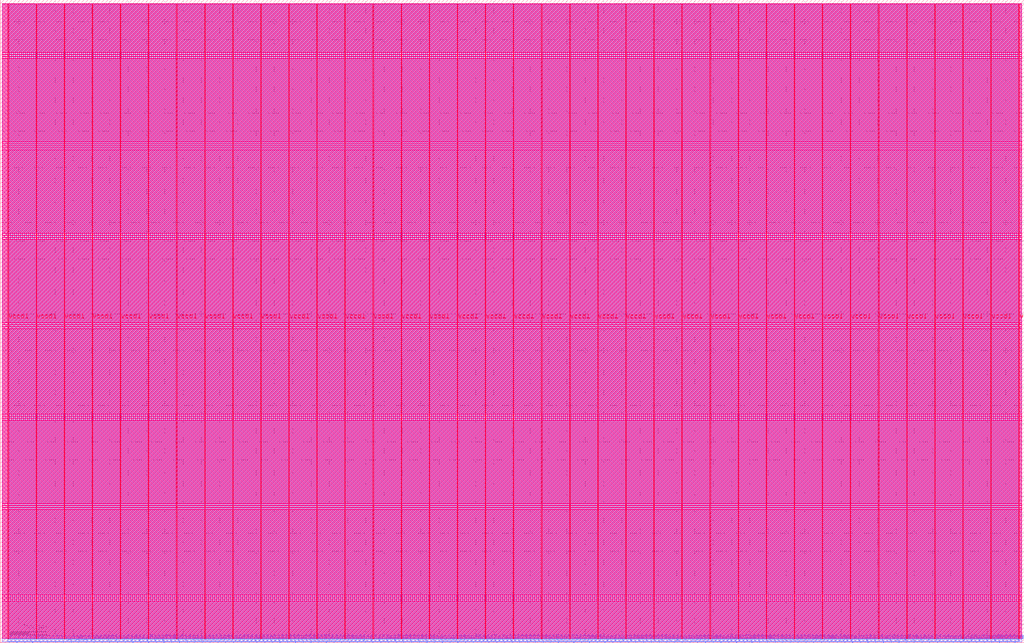
<source format=lef>
VERSION 5.7 ;
  NOWIREEXTENSIONATPIN ON ;
  DIVIDERCHAR "/" ;
  BUSBITCHARS "[]" ;
MACRO Wishbone_VGA_controller
  CLASS BLOCK ;
  FOREIGN Wishbone_VGA_controller ;
  ORIGIN 0.000 0.000 ;
  SIZE 2800.000 BY 1760.000 ;
  PIN ack
    DIRECTION OUTPUT TRISTATE ;
    USE SIGNAL ;
    PORT
      LAYER met2 ;
        RECT 130.270 0.000 130.550 4.000 ;
    END
  END ack
  PIN adr[0]
    DIRECTION INPUT ;
    USE SIGNAL ;
    PORT
      LAYER met2 ;
        RECT 934.350 0.000 934.630 4.000 ;
    END
  END adr[0]
  PIN adr[10]
    DIRECTION INPUT ;
    USE SIGNAL ;
    PORT
      LAYER met2 ;
        RECT 1145.950 0.000 1146.230 4.000 ;
    END
  END adr[10]
  PIN adr[11]
    DIRECTION INPUT ;
    USE SIGNAL ;
    PORT
      LAYER met2 ;
        RECT 1167.110 0.000 1167.390 4.000 ;
    END
  END adr[11]
  PIN adr[12]
    DIRECTION INPUT ;
    USE SIGNAL ;
    PORT
      LAYER met2 ;
        RECT 1188.270 0.000 1188.550 4.000 ;
    END
  END adr[12]
  PIN adr[13]
    DIRECTION INPUT ;
    USE SIGNAL ;
    PORT
      LAYER met2 ;
        RECT 1209.430 0.000 1209.710 4.000 ;
    END
  END adr[13]
  PIN adr[14]
    DIRECTION INPUT ;
    USE SIGNAL ;
    PORT
      LAYER met2 ;
        RECT 1230.590 0.000 1230.870 4.000 ;
    END
  END adr[14]
  PIN adr[15]
    DIRECTION INPUT ;
    USE SIGNAL ;
    PORT
      LAYER met2 ;
        RECT 1251.750 0.000 1252.030 4.000 ;
    END
  END adr[15]
  PIN adr[16]
    DIRECTION INPUT ;
    USE SIGNAL ;
    PORT
      LAYER met2 ;
        RECT 1272.910 0.000 1273.190 4.000 ;
    END
  END adr[16]
  PIN adr[17]
    DIRECTION INPUT ;
    USE SIGNAL ;
    PORT
      LAYER met2 ;
        RECT 1294.070 0.000 1294.350 4.000 ;
    END
  END adr[17]
  PIN adr[18]
    DIRECTION INPUT ;
    USE SIGNAL ;
    PORT
      LAYER met2 ;
        RECT 1315.230 0.000 1315.510 4.000 ;
    END
  END adr[18]
  PIN adr[19]
    DIRECTION INPUT ;
    USE SIGNAL ;
    PORT
      LAYER met2 ;
        RECT 1336.390 0.000 1336.670 4.000 ;
    END
  END adr[19]
  PIN adr[1]
    DIRECTION INPUT ;
    USE SIGNAL ;
    PORT
      LAYER met2 ;
        RECT 955.510 0.000 955.790 4.000 ;
    END
  END adr[1]
  PIN adr[20]
    DIRECTION INPUT ;
    USE SIGNAL ;
    PORT
      LAYER met2 ;
        RECT 1357.550 0.000 1357.830 4.000 ;
    END
  END adr[20]
  PIN adr[21]
    DIRECTION INPUT ;
    USE SIGNAL ;
    PORT
      LAYER met2 ;
        RECT 1378.710 0.000 1378.990 4.000 ;
    END
  END adr[21]
  PIN adr[22]
    DIRECTION INPUT ;
    USE SIGNAL ;
    PORT
      LAYER met2 ;
        RECT 1399.870 0.000 1400.150 4.000 ;
    END
  END adr[22]
  PIN adr[23]
    DIRECTION INPUT ;
    USE SIGNAL ;
    PORT
      LAYER met2 ;
        RECT 1421.030 0.000 1421.310 4.000 ;
    END
  END adr[23]
  PIN adr[24]
    DIRECTION INPUT ;
    USE SIGNAL ;
    PORT
      LAYER met2 ;
        RECT 1442.190 0.000 1442.470 4.000 ;
    END
  END adr[24]
  PIN adr[25]
    DIRECTION INPUT ;
    USE SIGNAL ;
    PORT
      LAYER met2 ;
        RECT 1463.350 0.000 1463.630 4.000 ;
    END
  END adr[25]
  PIN adr[26]
    DIRECTION INPUT ;
    USE SIGNAL ;
    PORT
      LAYER met2 ;
        RECT 1484.510 0.000 1484.790 4.000 ;
    END
  END adr[26]
  PIN adr[27]
    DIRECTION INPUT ;
    USE SIGNAL ;
    PORT
      LAYER met2 ;
        RECT 1505.670 0.000 1505.950 4.000 ;
    END
  END adr[27]
  PIN adr[28]
    DIRECTION INPUT ;
    USE SIGNAL ;
    PORT
      LAYER met2 ;
        RECT 1526.830 0.000 1527.110 4.000 ;
    END
  END adr[28]
  PIN adr[29]
    DIRECTION INPUT ;
    USE SIGNAL ;
    PORT
      LAYER met2 ;
        RECT 1547.990 0.000 1548.270 4.000 ;
    END
  END adr[29]
  PIN adr[2]
    DIRECTION INPUT ;
    USE SIGNAL ;
    PORT
      LAYER met2 ;
        RECT 976.670 0.000 976.950 4.000 ;
    END
  END adr[2]
  PIN adr[30]
    DIRECTION INPUT ;
    USE SIGNAL ;
    PORT
      LAYER met2 ;
        RECT 1569.150 0.000 1569.430 4.000 ;
    END
  END adr[30]
  PIN adr[31]
    DIRECTION INPUT ;
    USE SIGNAL ;
    PORT
      LAYER met2 ;
        RECT 1590.310 0.000 1590.590 4.000 ;
    END
  END adr[31]
  PIN adr[3]
    DIRECTION INPUT ;
    USE SIGNAL ;
    PORT
      LAYER met2 ;
        RECT 997.830 0.000 998.110 4.000 ;
    END
  END adr[3]
  PIN adr[4]
    DIRECTION INPUT ;
    USE SIGNAL ;
    PORT
      LAYER met2 ;
        RECT 1018.990 0.000 1019.270 4.000 ;
    END
  END adr[4]
  PIN adr[5]
    DIRECTION INPUT ;
    USE SIGNAL ;
    PORT
      LAYER met2 ;
        RECT 1040.150 0.000 1040.430 4.000 ;
    END
  END adr[5]
  PIN adr[6]
    DIRECTION INPUT ;
    USE SIGNAL ;
    PORT
      LAYER met2 ;
        RECT 1061.310 0.000 1061.590 4.000 ;
    END
  END adr[6]
  PIN adr[7]
    DIRECTION INPUT ;
    USE SIGNAL ;
    PORT
      LAYER met2 ;
        RECT 1082.470 0.000 1082.750 4.000 ;
    END
  END adr[7]
  PIN adr[8]
    DIRECTION INPUT ;
    USE SIGNAL ;
    PORT
      LAYER met2 ;
        RECT 1103.630 0.000 1103.910 4.000 ;
    END
  END adr[8]
  PIN adr[9]
    DIRECTION INPUT ;
    USE SIGNAL ;
    PORT
      LAYER met2 ;
        RECT 1124.790 0.000 1125.070 4.000 ;
    END
  END adr[9]
  PIN clk
    DIRECTION INPUT ;
    USE SIGNAL ;
    PORT
      LAYER met2 ;
        RECT 24.470 0.000 24.750 4.000 ;
    END
  END clk
  PIN column[0]
    DIRECTION OUTPUT TRISTATE ;
    USE SIGNAL ;
    PORT
      LAYER met2 ;
        RECT 2542.510 0.000 2542.790 4.000 ;
    END
  END column[0]
  PIN column[10]
    DIRECTION OUTPUT TRISTATE ;
    USE SIGNAL ;
    PORT
      LAYER met2 ;
        RECT 2754.110 0.000 2754.390 4.000 ;
    END
  END column[10]
  PIN column[11]
    DIRECTION OUTPUT TRISTATE ;
    USE SIGNAL ;
    PORT
      LAYER met2 ;
        RECT 2775.270 0.000 2775.550 4.000 ;
    END
  END column[11]
  PIN column[1]
    DIRECTION OUTPUT TRISTATE ;
    USE SIGNAL ;
    PORT
      LAYER met2 ;
        RECT 2563.670 0.000 2563.950 4.000 ;
    END
  END column[1]
  PIN column[2]
    DIRECTION OUTPUT TRISTATE ;
    USE SIGNAL ;
    PORT
      LAYER met2 ;
        RECT 2584.830 0.000 2585.110 4.000 ;
    END
  END column[2]
  PIN column[3]
    DIRECTION OUTPUT TRISTATE ;
    USE SIGNAL ;
    PORT
      LAYER met2 ;
        RECT 2605.990 0.000 2606.270 4.000 ;
    END
  END column[3]
  PIN column[4]
    DIRECTION OUTPUT TRISTATE ;
    USE SIGNAL ;
    PORT
      LAYER met2 ;
        RECT 2627.150 0.000 2627.430 4.000 ;
    END
  END column[4]
  PIN column[5]
    DIRECTION OUTPUT TRISTATE ;
    USE SIGNAL ;
    PORT
      LAYER met2 ;
        RECT 2648.310 0.000 2648.590 4.000 ;
    END
  END column[5]
  PIN column[6]
    DIRECTION OUTPUT TRISTATE ;
    USE SIGNAL ;
    PORT
      LAYER met2 ;
        RECT 2669.470 0.000 2669.750 4.000 ;
    END
  END column[6]
  PIN column[7]
    DIRECTION OUTPUT TRISTATE ;
    USE SIGNAL ;
    PORT
      LAYER met2 ;
        RECT 2690.630 0.000 2690.910 4.000 ;
    END
  END column[7]
  PIN column[8]
    DIRECTION OUTPUT TRISTATE ;
    USE SIGNAL ;
    PORT
      LAYER met2 ;
        RECT 2711.790 0.000 2712.070 4.000 ;
    END
  END column[8]
  PIN column[9]
    DIRECTION OUTPUT TRISTATE ;
    USE SIGNAL ;
    PORT
      LAYER met2 ;
        RECT 2732.950 0.000 2733.230 4.000 ;
    END
  END column[9]
  PIN cyc
    DIRECTION INPUT ;
    USE SIGNAL ;
    PORT
      LAYER met2 ;
        RECT 66.790 0.000 67.070 4.000 ;
    END
  END cyc
  PIN dat[0]
    DIRECTION INPUT ;
    USE SIGNAL ;
    PORT
      LAYER met2 ;
        RECT 257.230 0.000 257.510 4.000 ;
    END
  END dat[0]
  PIN dat[10]
    DIRECTION INPUT ;
    USE SIGNAL ;
    PORT
      LAYER met2 ;
        RECT 468.830 0.000 469.110 4.000 ;
    END
  END dat[10]
  PIN dat[11]
    DIRECTION INPUT ;
    USE SIGNAL ;
    PORT
      LAYER met2 ;
        RECT 489.990 0.000 490.270 4.000 ;
    END
  END dat[11]
  PIN dat[12]
    DIRECTION INPUT ;
    USE SIGNAL ;
    PORT
      LAYER met2 ;
        RECT 511.150 0.000 511.430 4.000 ;
    END
  END dat[12]
  PIN dat[13]
    DIRECTION INPUT ;
    USE SIGNAL ;
    PORT
      LAYER met2 ;
        RECT 532.310 0.000 532.590 4.000 ;
    END
  END dat[13]
  PIN dat[14]
    DIRECTION INPUT ;
    USE SIGNAL ;
    PORT
      LAYER met2 ;
        RECT 553.470 0.000 553.750 4.000 ;
    END
  END dat[14]
  PIN dat[15]
    DIRECTION INPUT ;
    USE SIGNAL ;
    PORT
      LAYER met2 ;
        RECT 574.630 0.000 574.910 4.000 ;
    END
  END dat[15]
  PIN dat[16]
    DIRECTION INPUT ;
    USE SIGNAL ;
    PORT
      LAYER met2 ;
        RECT 595.790 0.000 596.070 4.000 ;
    END
  END dat[16]
  PIN dat[17]
    DIRECTION INPUT ;
    USE SIGNAL ;
    PORT
      LAYER met2 ;
        RECT 616.950 0.000 617.230 4.000 ;
    END
  END dat[17]
  PIN dat[18]
    DIRECTION INPUT ;
    USE SIGNAL ;
    PORT
      LAYER met2 ;
        RECT 638.110 0.000 638.390 4.000 ;
    END
  END dat[18]
  PIN dat[19]
    DIRECTION INPUT ;
    USE SIGNAL ;
    PORT
      LAYER met2 ;
        RECT 659.270 0.000 659.550 4.000 ;
    END
  END dat[19]
  PIN dat[1]
    DIRECTION INPUT ;
    USE SIGNAL ;
    PORT
      LAYER met2 ;
        RECT 278.390 0.000 278.670 4.000 ;
    END
  END dat[1]
  PIN dat[20]
    DIRECTION INPUT ;
    USE SIGNAL ;
    PORT
      LAYER met2 ;
        RECT 680.430 0.000 680.710 4.000 ;
    END
  END dat[20]
  PIN dat[21]
    DIRECTION INPUT ;
    USE SIGNAL ;
    PORT
      LAYER met2 ;
        RECT 701.590 0.000 701.870 4.000 ;
    END
  END dat[21]
  PIN dat[22]
    DIRECTION INPUT ;
    USE SIGNAL ;
    PORT
      LAYER met2 ;
        RECT 722.750 0.000 723.030 4.000 ;
    END
  END dat[22]
  PIN dat[23]
    DIRECTION INPUT ;
    USE SIGNAL ;
    PORT
      LAYER met2 ;
        RECT 743.910 0.000 744.190 4.000 ;
    END
  END dat[23]
  PIN dat[24]
    DIRECTION INPUT ;
    USE SIGNAL ;
    PORT
      LAYER met2 ;
        RECT 765.070 0.000 765.350 4.000 ;
    END
  END dat[24]
  PIN dat[25]
    DIRECTION INPUT ;
    USE SIGNAL ;
    PORT
      LAYER met2 ;
        RECT 786.230 0.000 786.510 4.000 ;
    END
  END dat[25]
  PIN dat[26]
    DIRECTION INPUT ;
    USE SIGNAL ;
    PORT
      LAYER met2 ;
        RECT 807.390 0.000 807.670 4.000 ;
    END
  END dat[26]
  PIN dat[27]
    DIRECTION INPUT ;
    USE SIGNAL ;
    PORT
      LAYER met2 ;
        RECT 828.550 0.000 828.830 4.000 ;
    END
  END dat[27]
  PIN dat[28]
    DIRECTION INPUT ;
    USE SIGNAL ;
    PORT
      LAYER met2 ;
        RECT 849.710 0.000 849.990 4.000 ;
    END
  END dat[28]
  PIN dat[29]
    DIRECTION INPUT ;
    USE SIGNAL ;
    PORT
      LAYER met2 ;
        RECT 870.870 0.000 871.150 4.000 ;
    END
  END dat[29]
  PIN dat[2]
    DIRECTION INPUT ;
    USE SIGNAL ;
    PORT
      LAYER met2 ;
        RECT 299.550 0.000 299.830 4.000 ;
    END
  END dat[2]
  PIN dat[30]
    DIRECTION INPUT ;
    USE SIGNAL ;
    PORT
      LAYER met2 ;
        RECT 892.030 0.000 892.310 4.000 ;
    END
  END dat[30]
  PIN dat[31]
    DIRECTION INPUT ;
    USE SIGNAL ;
    PORT
      LAYER met2 ;
        RECT 913.190 0.000 913.470 4.000 ;
    END
  END dat[31]
  PIN dat[3]
    DIRECTION INPUT ;
    USE SIGNAL ;
    PORT
      LAYER met2 ;
        RECT 320.710 0.000 320.990 4.000 ;
    END
  END dat[3]
  PIN dat[4]
    DIRECTION INPUT ;
    USE SIGNAL ;
    PORT
      LAYER met2 ;
        RECT 341.870 0.000 342.150 4.000 ;
    END
  END dat[4]
  PIN dat[5]
    DIRECTION INPUT ;
    USE SIGNAL ;
    PORT
      LAYER met2 ;
        RECT 363.030 0.000 363.310 4.000 ;
    END
  END dat[5]
  PIN dat[6]
    DIRECTION INPUT ;
    USE SIGNAL ;
    PORT
      LAYER met2 ;
        RECT 384.190 0.000 384.470 4.000 ;
    END
  END dat[6]
  PIN dat[7]
    DIRECTION INPUT ;
    USE SIGNAL ;
    PORT
      LAYER met2 ;
        RECT 405.350 0.000 405.630 4.000 ;
    END
  END dat[7]
  PIN dat[8]
    DIRECTION INPUT ;
    USE SIGNAL ;
    PORT
      LAYER met2 ;
        RECT 426.510 0.000 426.790 4.000 ;
    END
  END dat[8]
  PIN dat[9]
    DIRECTION INPUT ;
    USE SIGNAL ;
    PORT
      LAYER met2 ;
        RECT 447.670 0.000 447.950 4.000 ;
    END
  END dat[9]
  PIN display_enable
    DIRECTION OUTPUT TRISTATE ;
    USE SIGNAL ;
    PORT
      LAYER met2 ;
        RECT 151.430 0.000 151.710 4.000 ;
    END
  END display_enable
  PIN dout[0]
    DIRECTION OUTPUT TRISTATE ;
    USE SIGNAL ;
    PORT
      LAYER met2 ;
        RECT 1611.470 0.000 1611.750 4.000 ;
    END
  END dout[0]
  PIN dout[10]
    DIRECTION OUTPUT TRISTATE ;
    USE SIGNAL ;
    PORT
      LAYER met2 ;
        RECT 1823.070 0.000 1823.350 4.000 ;
    END
  END dout[10]
  PIN dout[11]
    DIRECTION OUTPUT TRISTATE ;
    USE SIGNAL ;
    PORT
      LAYER met2 ;
        RECT 1844.230 0.000 1844.510 4.000 ;
    END
  END dout[11]
  PIN dout[12]
    DIRECTION OUTPUT TRISTATE ;
    USE SIGNAL ;
    PORT
      LAYER met2 ;
        RECT 1865.390 0.000 1865.670 4.000 ;
    END
  END dout[12]
  PIN dout[13]
    DIRECTION OUTPUT TRISTATE ;
    USE SIGNAL ;
    PORT
      LAYER met2 ;
        RECT 1886.550 0.000 1886.830 4.000 ;
    END
  END dout[13]
  PIN dout[14]
    DIRECTION OUTPUT TRISTATE ;
    USE SIGNAL ;
    PORT
      LAYER met2 ;
        RECT 1907.710 0.000 1907.990 4.000 ;
    END
  END dout[14]
  PIN dout[15]
    DIRECTION OUTPUT TRISTATE ;
    USE SIGNAL ;
    PORT
      LAYER met2 ;
        RECT 1928.870 0.000 1929.150 4.000 ;
    END
  END dout[15]
  PIN dout[16]
    DIRECTION OUTPUT TRISTATE ;
    USE SIGNAL ;
    PORT
      LAYER met2 ;
        RECT 1950.030 0.000 1950.310 4.000 ;
    END
  END dout[16]
  PIN dout[17]
    DIRECTION OUTPUT TRISTATE ;
    USE SIGNAL ;
    PORT
      LAYER met2 ;
        RECT 1971.190 0.000 1971.470 4.000 ;
    END
  END dout[17]
  PIN dout[18]
    DIRECTION OUTPUT TRISTATE ;
    USE SIGNAL ;
    PORT
      LAYER met2 ;
        RECT 1992.350 0.000 1992.630 4.000 ;
    END
  END dout[18]
  PIN dout[19]
    DIRECTION OUTPUT TRISTATE ;
    USE SIGNAL ;
    PORT
      LAYER met2 ;
        RECT 2013.510 0.000 2013.790 4.000 ;
    END
  END dout[19]
  PIN dout[1]
    DIRECTION OUTPUT TRISTATE ;
    USE SIGNAL ;
    PORT
      LAYER met2 ;
        RECT 1632.630 0.000 1632.910 4.000 ;
    END
  END dout[1]
  PIN dout[20]
    DIRECTION OUTPUT TRISTATE ;
    USE SIGNAL ;
    PORT
      LAYER met2 ;
        RECT 2034.670 0.000 2034.950 4.000 ;
    END
  END dout[20]
  PIN dout[21]
    DIRECTION OUTPUT TRISTATE ;
    USE SIGNAL ;
    PORT
      LAYER met2 ;
        RECT 2055.830 0.000 2056.110 4.000 ;
    END
  END dout[21]
  PIN dout[22]
    DIRECTION OUTPUT TRISTATE ;
    USE SIGNAL ;
    PORT
      LAYER met2 ;
        RECT 2076.990 0.000 2077.270 4.000 ;
    END
  END dout[22]
  PIN dout[23]
    DIRECTION OUTPUT TRISTATE ;
    USE SIGNAL ;
    PORT
      LAYER met2 ;
        RECT 2098.150 0.000 2098.430 4.000 ;
    END
  END dout[23]
  PIN dout[24]
    DIRECTION OUTPUT TRISTATE ;
    USE SIGNAL ;
    PORT
      LAYER met2 ;
        RECT 2119.310 0.000 2119.590 4.000 ;
    END
  END dout[24]
  PIN dout[25]
    DIRECTION OUTPUT TRISTATE ;
    USE SIGNAL ;
    PORT
      LAYER met2 ;
        RECT 2140.470 0.000 2140.750 4.000 ;
    END
  END dout[25]
  PIN dout[26]
    DIRECTION OUTPUT TRISTATE ;
    USE SIGNAL ;
    PORT
      LAYER met2 ;
        RECT 2161.630 0.000 2161.910 4.000 ;
    END
  END dout[26]
  PIN dout[27]
    DIRECTION OUTPUT TRISTATE ;
    USE SIGNAL ;
    PORT
      LAYER met2 ;
        RECT 2182.790 0.000 2183.070 4.000 ;
    END
  END dout[27]
  PIN dout[28]
    DIRECTION OUTPUT TRISTATE ;
    USE SIGNAL ;
    PORT
      LAYER met2 ;
        RECT 2203.950 0.000 2204.230 4.000 ;
    END
  END dout[28]
  PIN dout[29]
    DIRECTION OUTPUT TRISTATE ;
    USE SIGNAL ;
    PORT
      LAYER met2 ;
        RECT 2225.110 0.000 2225.390 4.000 ;
    END
  END dout[29]
  PIN dout[2]
    DIRECTION OUTPUT TRISTATE ;
    USE SIGNAL ;
    PORT
      LAYER met2 ;
        RECT 1653.790 0.000 1654.070 4.000 ;
    END
  END dout[2]
  PIN dout[30]
    DIRECTION OUTPUT TRISTATE ;
    USE SIGNAL ;
    PORT
      LAYER met2 ;
        RECT 2246.270 0.000 2246.550 4.000 ;
    END
  END dout[30]
  PIN dout[31]
    DIRECTION OUTPUT TRISTATE ;
    USE SIGNAL ;
    PORT
      LAYER met2 ;
        RECT 2267.430 0.000 2267.710 4.000 ;
    END
  END dout[31]
  PIN dout[3]
    DIRECTION OUTPUT TRISTATE ;
    USE SIGNAL ;
    PORT
      LAYER met2 ;
        RECT 1674.950 0.000 1675.230 4.000 ;
    END
  END dout[3]
  PIN dout[4]
    DIRECTION OUTPUT TRISTATE ;
    USE SIGNAL ;
    PORT
      LAYER met2 ;
        RECT 1696.110 0.000 1696.390 4.000 ;
    END
  END dout[4]
  PIN dout[5]
    DIRECTION OUTPUT TRISTATE ;
    USE SIGNAL ;
    PORT
      LAYER met2 ;
        RECT 1717.270 0.000 1717.550 4.000 ;
    END
  END dout[5]
  PIN dout[6]
    DIRECTION OUTPUT TRISTATE ;
    USE SIGNAL ;
    PORT
      LAYER met2 ;
        RECT 1738.430 0.000 1738.710 4.000 ;
    END
  END dout[6]
  PIN dout[7]
    DIRECTION OUTPUT TRISTATE ;
    USE SIGNAL ;
    PORT
      LAYER met2 ;
        RECT 1759.590 0.000 1759.870 4.000 ;
    END
  END dout[7]
  PIN dout[8]
    DIRECTION OUTPUT TRISTATE ;
    USE SIGNAL ;
    PORT
      LAYER met2 ;
        RECT 1780.750 0.000 1781.030 4.000 ;
    END
  END dout[8]
  PIN dout[9]
    DIRECTION OUTPUT TRISTATE ;
    USE SIGNAL ;
    PORT
      LAYER met2 ;
        RECT 1801.910 0.000 1802.190 4.000 ;
    END
  END dout[9]
  PIN h_sync
    DIRECTION OUTPUT TRISTATE ;
    USE SIGNAL ;
    PORT
      LAYER met2 ;
        RECT 172.590 0.000 172.870 4.000 ;
    END
  END h_sync
  PIN n_blank
    DIRECTION OUTPUT TRISTATE ;
    USE SIGNAL ;
    PORT
      LAYER met2 ;
        RECT 193.750 0.000 194.030 4.000 ;
    END
  END n_blank
  PIN n_sync
    DIRECTION OUTPUT TRISTATE ;
    USE SIGNAL ;
    PORT
      LAYER met2 ;
        RECT 214.910 0.000 215.190 4.000 ;
    END
  END n_sync
  PIN row[0]
    DIRECTION OUTPUT TRISTATE ;
    USE SIGNAL ;
    PORT
      LAYER met2 ;
        RECT 2288.590 0.000 2288.870 4.000 ;
    END
  END row[0]
  PIN row[10]
    DIRECTION OUTPUT TRISTATE ;
    USE SIGNAL ;
    PORT
      LAYER met2 ;
        RECT 2500.190 0.000 2500.470 4.000 ;
    END
  END row[10]
  PIN row[11]
    DIRECTION OUTPUT TRISTATE ;
    USE SIGNAL ;
    PORT
      LAYER met2 ;
        RECT 2521.350 0.000 2521.630 4.000 ;
    END
  END row[11]
  PIN row[1]
    DIRECTION OUTPUT TRISTATE ;
    USE SIGNAL ;
    PORT
      LAYER met2 ;
        RECT 2309.750 0.000 2310.030 4.000 ;
    END
  END row[1]
  PIN row[2]
    DIRECTION OUTPUT TRISTATE ;
    USE SIGNAL ;
    PORT
      LAYER met2 ;
        RECT 2330.910 0.000 2331.190 4.000 ;
    END
  END row[2]
  PIN row[3]
    DIRECTION OUTPUT TRISTATE ;
    USE SIGNAL ;
    PORT
      LAYER met2 ;
        RECT 2352.070 0.000 2352.350 4.000 ;
    END
  END row[3]
  PIN row[4]
    DIRECTION OUTPUT TRISTATE ;
    USE SIGNAL ;
    PORT
      LAYER met2 ;
        RECT 2373.230 0.000 2373.510 4.000 ;
    END
  END row[4]
  PIN row[5]
    DIRECTION OUTPUT TRISTATE ;
    USE SIGNAL ;
    PORT
      LAYER met2 ;
        RECT 2394.390 0.000 2394.670 4.000 ;
    END
  END row[5]
  PIN row[6]
    DIRECTION OUTPUT TRISTATE ;
    USE SIGNAL ;
    PORT
      LAYER met2 ;
        RECT 2415.550 0.000 2415.830 4.000 ;
    END
  END row[6]
  PIN row[7]
    DIRECTION OUTPUT TRISTATE ;
    USE SIGNAL ;
    PORT
      LAYER met2 ;
        RECT 2436.710 0.000 2436.990 4.000 ;
    END
  END row[7]
  PIN row[8]
    DIRECTION OUTPUT TRISTATE ;
    USE SIGNAL ;
    PORT
      LAYER met2 ;
        RECT 2457.870 0.000 2458.150 4.000 ;
    END
  END row[8]
  PIN row[9]
    DIRECTION OUTPUT TRISTATE ;
    USE SIGNAL ;
    PORT
      LAYER met2 ;
        RECT 2479.030 0.000 2479.310 4.000 ;
    END
  END row[9]
  PIN rst
    DIRECTION INPUT ;
    USE SIGNAL ;
    PORT
      LAYER met2 ;
        RECT 45.630 0.000 45.910 4.000 ;
    END
  END rst
  PIN stb
    DIRECTION INPUT ;
    USE SIGNAL ;
    PORT
      LAYER met2 ;
        RECT 87.950 0.000 88.230 4.000 ;
    END
  END stb
  PIN v_sync
    DIRECTION OUTPUT TRISTATE ;
    USE SIGNAL ;
    PORT
      LAYER met2 ;
        RECT 236.070 0.000 236.350 4.000 ;
    END
  END v_sync
  PIN vccd1
    DIRECTION INOUT ;
    USE POWER ;
    PORT
      LAYER met4 ;
        RECT 21.040 10.640 22.640 1749.200 ;
    END
    PORT
      LAYER met4 ;
        RECT 174.640 10.640 176.240 1749.200 ;
    END
    PORT
      LAYER met4 ;
        RECT 328.240 10.640 329.840 1749.200 ;
    END
    PORT
      LAYER met4 ;
        RECT 481.840 10.640 483.440 1749.200 ;
    END
    PORT
      LAYER met4 ;
        RECT 635.440 10.640 637.040 1749.200 ;
    END
    PORT
      LAYER met4 ;
        RECT 789.040 10.640 790.640 1749.200 ;
    END
    PORT
      LAYER met4 ;
        RECT 942.640 10.640 944.240 1749.200 ;
    END
    PORT
      LAYER met4 ;
        RECT 1096.240 10.640 1097.840 1749.200 ;
    END
    PORT
      LAYER met4 ;
        RECT 1249.840 10.640 1251.440 1749.200 ;
    END
    PORT
      LAYER met4 ;
        RECT 1403.440 10.640 1405.040 1749.200 ;
    END
    PORT
      LAYER met4 ;
        RECT 1557.040 10.640 1558.640 1749.200 ;
    END
    PORT
      LAYER met4 ;
        RECT 1710.640 10.640 1712.240 1749.200 ;
    END
    PORT
      LAYER met4 ;
        RECT 1864.240 10.640 1865.840 1749.200 ;
    END
    PORT
      LAYER met4 ;
        RECT 2017.840 10.640 2019.440 1749.200 ;
    END
    PORT
      LAYER met4 ;
        RECT 2171.440 10.640 2173.040 1749.200 ;
    END
    PORT
      LAYER met4 ;
        RECT 2325.040 10.640 2326.640 1749.200 ;
    END
    PORT
      LAYER met4 ;
        RECT 2478.640 10.640 2480.240 1749.200 ;
    END
    PORT
      LAYER met4 ;
        RECT 2632.240 10.640 2633.840 1749.200 ;
    END
    PORT
      LAYER met4 ;
        RECT 2785.840 10.640 2787.440 1749.200 ;
    END
  END vccd1
  PIN vssd1
    DIRECTION INOUT ;
    USE GROUND ;
    PORT
      LAYER met4 ;
        RECT 97.840 10.640 99.440 1749.200 ;
    END
    PORT
      LAYER met4 ;
        RECT 251.440 10.640 253.040 1749.200 ;
    END
    PORT
      LAYER met4 ;
        RECT 405.040 10.640 406.640 1749.200 ;
    END
    PORT
      LAYER met4 ;
        RECT 558.640 10.640 560.240 1749.200 ;
    END
    PORT
      LAYER met4 ;
        RECT 712.240 10.640 713.840 1749.200 ;
    END
    PORT
      LAYER met4 ;
        RECT 865.840 10.640 867.440 1749.200 ;
    END
    PORT
      LAYER met4 ;
        RECT 1019.440 10.640 1021.040 1749.200 ;
    END
    PORT
      LAYER met4 ;
        RECT 1173.040 10.640 1174.640 1749.200 ;
    END
    PORT
      LAYER met4 ;
        RECT 1326.640 10.640 1328.240 1749.200 ;
    END
    PORT
      LAYER met4 ;
        RECT 1480.240 10.640 1481.840 1749.200 ;
    END
    PORT
      LAYER met4 ;
        RECT 1633.840 10.640 1635.440 1749.200 ;
    END
    PORT
      LAYER met4 ;
        RECT 1787.440 10.640 1789.040 1749.200 ;
    END
    PORT
      LAYER met4 ;
        RECT 1941.040 10.640 1942.640 1749.200 ;
    END
    PORT
      LAYER met4 ;
        RECT 2094.640 10.640 2096.240 1749.200 ;
    END
    PORT
      LAYER met4 ;
        RECT 2248.240 10.640 2249.840 1749.200 ;
    END
    PORT
      LAYER met4 ;
        RECT 2401.840 10.640 2403.440 1749.200 ;
    END
    PORT
      LAYER met4 ;
        RECT 2555.440 10.640 2557.040 1749.200 ;
    END
    PORT
      LAYER met4 ;
        RECT 2709.040 10.640 2710.640 1749.200 ;
    END
  END vssd1
  PIN we
    DIRECTION INPUT ;
    USE SIGNAL ;
    PORT
      LAYER met2 ;
        RECT 109.110 0.000 109.390 4.000 ;
    END
  END we
  OBS
      LAYER nwell ;
        RECT 5.330 1747.545 2794.230 1749.150 ;
        RECT 5.330 1742.105 2794.230 1744.935 ;
        RECT 5.330 1736.665 2794.230 1739.495 ;
        RECT 5.330 1731.225 2794.230 1734.055 ;
        RECT 5.330 1725.785 2794.230 1728.615 ;
        RECT 5.330 1720.345 2794.230 1723.175 ;
        RECT 5.330 1714.905 2794.230 1717.735 ;
        RECT 5.330 1709.465 2794.230 1712.295 ;
        RECT 5.330 1704.025 2794.230 1706.855 ;
        RECT 5.330 1698.585 2794.230 1701.415 ;
        RECT 5.330 1693.145 2794.230 1695.975 ;
        RECT 5.330 1687.705 2794.230 1690.535 ;
        RECT 5.330 1682.265 2794.230 1685.095 ;
        RECT 5.330 1676.825 2794.230 1679.655 ;
        RECT 5.330 1671.385 2794.230 1674.215 ;
        RECT 5.330 1665.945 2794.230 1668.775 ;
        RECT 5.330 1660.505 2794.230 1663.335 ;
        RECT 5.330 1655.065 2794.230 1657.895 ;
        RECT 5.330 1649.625 2794.230 1652.455 ;
        RECT 5.330 1644.185 2794.230 1647.015 ;
        RECT 5.330 1638.745 2794.230 1641.575 ;
        RECT 5.330 1633.305 2794.230 1636.135 ;
        RECT 5.330 1627.865 2794.230 1630.695 ;
        RECT 5.330 1622.425 2794.230 1625.255 ;
        RECT 5.330 1616.985 2794.230 1619.815 ;
        RECT 5.330 1611.545 2794.230 1614.375 ;
        RECT 5.330 1606.105 2794.230 1608.935 ;
        RECT 5.330 1600.665 2794.230 1603.495 ;
        RECT 5.330 1595.225 2794.230 1598.055 ;
        RECT 5.330 1589.785 2794.230 1592.615 ;
        RECT 5.330 1584.345 2794.230 1587.175 ;
        RECT 5.330 1578.905 2794.230 1581.735 ;
        RECT 5.330 1573.465 2794.230 1576.295 ;
        RECT 5.330 1568.025 2794.230 1570.855 ;
        RECT 5.330 1562.585 2794.230 1565.415 ;
        RECT 5.330 1557.145 2794.230 1559.975 ;
        RECT 5.330 1551.705 2794.230 1554.535 ;
        RECT 5.330 1546.265 2794.230 1549.095 ;
        RECT 5.330 1540.825 2794.230 1543.655 ;
        RECT 5.330 1535.385 2794.230 1538.215 ;
        RECT 5.330 1529.945 2794.230 1532.775 ;
        RECT 5.330 1524.505 2794.230 1527.335 ;
        RECT 5.330 1519.065 2794.230 1521.895 ;
        RECT 5.330 1513.625 2794.230 1516.455 ;
        RECT 5.330 1508.185 2794.230 1511.015 ;
        RECT 5.330 1502.745 2794.230 1505.575 ;
        RECT 5.330 1497.305 2794.230 1500.135 ;
        RECT 5.330 1491.865 2794.230 1494.695 ;
        RECT 5.330 1486.425 2794.230 1489.255 ;
        RECT 5.330 1480.985 2794.230 1483.815 ;
        RECT 5.330 1475.545 2794.230 1478.375 ;
        RECT 5.330 1470.105 2794.230 1472.935 ;
        RECT 5.330 1464.665 2794.230 1467.495 ;
        RECT 5.330 1459.225 2794.230 1462.055 ;
        RECT 5.330 1453.785 2794.230 1456.615 ;
        RECT 5.330 1448.345 2794.230 1451.175 ;
        RECT 5.330 1442.905 2794.230 1445.735 ;
        RECT 5.330 1437.465 2794.230 1440.295 ;
        RECT 5.330 1432.025 2794.230 1434.855 ;
        RECT 5.330 1426.585 2794.230 1429.415 ;
        RECT 5.330 1421.145 2794.230 1423.975 ;
        RECT 5.330 1415.705 2794.230 1418.535 ;
        RECT 5.330 1410.265 2794.230 1413.095 ;
        RECT 5.330 1404.825 2794.230 1407.655 ;
        RECT 5.330 1399.385 2794.230 1402.215 ;
        RECT 5.330 1393.945 2794.230 1396.775 ;
        RECT 5.330 1388.505 2794.230 1391.335 ;
        RECT 5.330 1383.065 2794.230 1385.895 ;
        RECT 5.330 1377.625 2794.230 1380.455 ;
        RECT 5.330 1372.185 2794.230 1375.015 ;
        RECT 5.330 1366.745 2794.230 1369.575 ;
        RECT 5.330 1361.305 2794.230 1364.135 ;
        RECT 5.330 1355.865 2794.230 1358.695 ;
        RECT 5.330 1350.425 2794.230 1353.255 ;
        RECT 5.330 1344.985 2794.230 1347.815 ;
        RECT 5.330 1339.545 2794.230 1342.375 ;
        RECT 5.330 1334.105 2794.230 1336.935 ;
        RECT 5.330 1328.665 2794.230 1331.495 ;
        RECT 5.330 1323.225 2794.230 1326.055 ;
        RECT 5.330 1317.785 2794.230 1320.615 ;
        RECT 5.330 1312.345 2794.230 1315.175 ;
        RECT 5.330 1306.905 2794.230 1309.735 ;
        RECT 5.330 1301.465 2794.230 1304.295 ;
        RECT 5.330 1296.025 2794.230 1298.855 ;
        RECT 5.330 1290.585 2794.230 1293.415 ;
        RECT 5.330 1285.145 2794.230 1287.975 ;
        RECT 5.330 1279.705 2794.230 1282.535 ;
        RECT 5.330 1274.265 2794.230 1277.095 ;
        RECT 5.330 1268.825 2794.230 1271.655 ;
        RECT 5.330 1263.385 2794.230 1266.215 ;
        RECT 5.330 1257.945 2794.230 1260.775 ;
        RECT 5.330 1252.505 2794.230 1255.335 ;
        RECT 5.330 1247.065 2794.230 1249.895 ;
        RECT 5.330 1241.625 2794.230 1244.455 ;
        RECT 5.330 1236.185 2794.230 1239.015 ;
        RECT 5.330 1230.745 2794.230 1233.575 ;
        RECT 5.330 1225.305 2794.230 1228.135 ;
        RECT 5.330 1219.865 2794.230 1222.695 ;
        RECT 5.330 1214.425 2794.230 1217.255 ;
        RECT 5.330 1208.985 2794.230 1211.815 ;
        RECT 5.330 1203.545 2794.230 1206.375 ;
        RECT 5.330 1198.105 2794.230 1200.935 ;
        RECT 5.330 1192.665 2794.230 1195.495 ;
        RECT 5.330 1187.225 2794.230 1190.055 ;
        RECT 5.330 1181.785 2794.230 1184.615 ;
        RECT 5.330 1176.345 2794.230 1179.175 ;
        RECT 5.330 1170.905 2794.230 1173.735 ;
        RECT 5.330 1165.465 2794.230 1168.295 ;
        RECT 5.330 1160.025 2794.230 1162.855 ;
        RECT 5.330 1154.585 2794.230 1157.415 ;
        RECT 5.330 1149.145 2794.230 1151.975 ;
        RECT 5.330 1143.705 2794.230 1146.535 ;
        RECT 5.330 1138.265 2794.230 1141.095 ;
        RECT 5.330 1132.825 2794.230 1135.655 ;
        RECT 5.330 1127.385 2794.230 1130.215 ;
        RECT 5.330 1121.945 2794.230 1124.775 ;
        RECT 5.330 1116.505 2794.230 1119.335 ;
        RECT 5.330 1111.065 2794.230 1113.895 ;
        RECT 5.330 1105.625 2794.230 1108.455 ;
        RECT 5.330 1100.185 2794.230 1103.015 ;
        RECT 5.330 1094.745 2794.230 1097.575 ;
        RECT 5.330 1089.305 2794.230 1092.135 ;
        RECT 5.330 1083.865 2794.230 1086.695 ;
        RECT 5.330 1078.425 2794.230 1081.255 ;
        RECT 5.330 1072.985 2794.230 1075.815 ;
        RECT 5.330 1067.545 2794.230 1070.375 ;
        RECT 5.330 1062.105 2794.230 1064.935 ;
        RECT 5.330 1056.665 2794.230 1059.495 ;
        RECT 5.330 1051.225 2794.230 1054.055 ;
        RECT 5.330 1045.785 2794.230 1048.615 ;
        RECT 5.330 1040.345 2794.230 1043.175 ;
        RECT 5.330 1034.905 2794.230 1037.735 ;
        RECT 5.330 1029.465 2794.230 1032.295 ;
        RECT 5.330 1024.025 2794.230 1026.855 ;
        RECT 5.330 1018.585 2794.230 1021.415 ;
        RECT 5.330 1013.145 2794.230 1015.975 ;
        RECT 5.330 1007.705 2794.230 1010.535 ;
        RECT 5.330 1002.265 2794.230 1005.095 ;
        RECT 5.330 996.825 2794.230 999.655 ;
        RECT 5.330 991.385 2794.230 994.215 ;
        RECT 5.330 985.945 2794.230 988.775 ;
        RECT 5.330 980.505 2794.230 983.335 ;
        RECT 5.330 975.065 2794.230 977.895 ;
        RECT 5.330 969.625 2794.230 972.455 ;
        RECT 5.330 964.185 2794.230 967.015 ;
        RECT 5.330 958.745 2794.230 961.575 ;
        RECT 5.330 953.305 2794.230 956.135 ;
        RECT 5.330 947.865 2794.230 950.695 ;
        RECT 5.330 942.425 2794.230 945.255 ;
        RECT 5.330 936.985 2794.230 939.815 ;
        RECT 5.330 931.545 2794.230 934.375 ;
        RECT 5.330 926.105 2794.230 928.935 ;
        RECT 5.330 920.665 2794.230 923.495 ;
        RECT 5.330 915.225 2794.230 918.055 ;
        RECT 5.330 909.785 2794.230 912.615 ;
        RECT 5.330 904.345 2794.230 907.175 ;
        RECT 5.330 898.905 2794.230 901.735 ;
        RECT 5.330 893.465 2794.230 896.295 ;
        RECT 5.330 888.025 2794.230 890.855 ;
        RECT 5.330 882.585 2794.230 885.415 ;
        RECT 5.330 877.145 2794.230 879.975 ;
        RECT 5.330 871.705 2794.230 874.535 ;
        RECT 5.330 866.265 2794.230 869.095 ;
        RECT 5.330 860.825 2794.230 863.655 ;
        RECT 5.330 855.385 2794.230 858.215 ;
        RECT 5.330 849.945 2794.230 852.775 ;
        RECT 5.330 844.505 2794.230 847.335 ;
        RECT 5.330 839.065 2794.230 841.895 ;
        RECT 5.330 833.625 2794.230 836.455 ;
        RECT 5.330 828.185 2794.230 831.015 ;
        RECT 5.330 822.745 2794.230 825.575 ;
        RECT 5.330 817.305 2794.230 820.135 ;
        RECT 5.330 811.865 2794.230 814.695 ;
        RECT 5.330 806.425 2794.230 809.255 ;
        RECT 5.330 800.985 2794.230 803.815 ;
        RECT 5.330 795.545 2794.230 798.375 ;
        RECT 5.330 790.105 2794.230 792.935 ;
        RECT 5.330 784.665 2794.230 787.495 ;
        RECT 5.330 779.225 2794.230 782.055 ;
        RECT 5.330 773.785 2794.230 776.615 ;
        RECT 5.330 768.345 2794.230 771.175 ;
        RECT 5.330 762.905 2794.230 765.735 ;
        RECT 5.330 757.465 2794.230 760.295 ;
        RECT 5.330 752.025 2794.230 754.855 ;
        RECT 5.330 746.585 2794.230 749.415 ;
        RECT 5.330 741.145 2794.230 743.975 ;
        RECT 5.330 735.705 2794.230 738.535 ;
        RECT 5.330 730.265 2794.230 733.095 ;
        RECT 5.330 724.825 2794.230 727.655 ;
        RECT 5.330 719.385 2794.230 722.215 ;
        RECT 5.330 713.945 2794.230 716.775 ;
        RECT 5.330 708.505 2794.230 711.335 ;
        RECT 5.330 703.065 2794.230 705.895 ;
        RECT 5.330 697.625 2794.230 700.455 ;
        RECT 5.330 692.185 2794.230 695.015 ;
        RECT 5.330 686.745 2794.230 689.575 ;
        RECT 5.330 681.305 2794.230 684.135 ;
        RECT 5.330 675.865 2794.230 678.695 ;
        RECT 5.330 670.425 2794.230 673.255 ;
        RECT 5.330 664.985 2794.230 667.815 ;
        RECT 5.330 659.545 2794.230 662.375 ;
        RECT 5.330 654.105 2794.230 656.935 ;
        RECT 5.330 648.665 2794.230 651.495 ;
        RECT 5.330 643.225 2794.230 646.055 ;
        RECT 5.330 637.785 2794.230 640.615 ;
        RECT 5.330 632.345 2794.230 635.175 ;
        RECT 5.330 626.905 2794.230 629.735 ;
        RECT 5.330 621.465 2794.230 624.295 ;
        RECT 5.330 616.025 2794.230 618.855 ;
        RECT 5.330 610.585 2794.230 613.415 ;
        RECT 5.330 605.145 2794.230 607.975 ;
        RECT 5.330 599.705 2794.230 602.535 ;
        RECT 5.330 594.265 2794.230 597.095 ;
        RECT 5.330 588.825 2794.230 591.655 ;
        RECT 5.330 583.385 2794.230 586.215 ;
        RECT 5.330 577.945 2794.230 580.775 ;
        RECT 5.330 572.505 2794.230 575.335 ;
        RECT 5.330 567.065 2794.230 569.895 ;
        RECT 5.330 561.625 2794.230 564.455 ;
        RECT 5.330 556.185 2794.230 559.015 ;
        RECT 5.330 550.745 2794.230 553.575 ;
        RECT 5.330 545.305 2794.230 548.135 ;
        RECT 5.330 539.865 2794.230 542.695 ;
        RECT 5.330 534.425 2794.230 537.255 ;
        RECT 5.330 528.985 2794.230 531.815 ;
        RECT 5.330 523.545 2794.230 526.375 ;
        RECT 5.330 518.105 2794.230 520.935 ;
        RECT 5.330 512.665 2794.230 515.495 ;
        RECT 5.330 507.225 2794.230 510.055 ;
        RECT 5.330 501.785 2794.230 504.615 ;
        RECT 5.330 496.345 2794.230 499.175 ;
        RECT 5.330 490.905 2794.230 493.735 ;
        RECT 5.330 485.465 2794.230 488.295 ;
        RECT 5.330 480.025 2794.230 482.855 ;
        RECT 5.330 474.585 2794.230 477.415 ;
        RECT 5.330 469.145 2794.230 471.975 ;
        RECT 5.330 463.705 2794.230 466.535 ;
        RECT 5.330 458.265 2794.230 461.095 ;
        RECT 5.330 452.825 2794.230 455.655 ;
        RECT 5.330 447.385 2794.230 450.215 ;
        RECT 5.330 441.945 2794.230 444.775 ;
        RECT 5.330 436.505 2794.230 439.335 ;
        RECT 5.330 431.065 2794.230 433.895 ;
        RECT 5.330 425.625 2794.230 428.455 ;
        RECT 5.330 420.185 2794.230 423.015 ;
        RECT 5.330 414.745 2794.230 417.575 ;
        RECT 5.330 409.305 2794.230 412.135 ;
        RECT 5.330 403.865 2794.230 406.695 ;
        RECT 5.330 398.425 2794.230 401.255 ;
        RECT 5.330 392.985 2794.230 395.815 ;
        RECT 5.330 387.545 2794.230 390.375 ;
        RECT 5.330 382.105 2794.230 384.935 ;
        RECT 5.330 376.665 2794.230 379.495 ;
        RECT 5.330 371.225 2794.230 374.055 ;
        RECT 5.330 365.785 2794.230 368.615 ;
        RECT 5.330 360.345 2794.230 363.175 ;
        RECT 5.330 354.905 2794.230 357.735 ;
        RECT 5.330 349.465 2794.230 352.295 ;
        RECT 5.330 344.025 2794.230 346.855 ;
        RECT 5.330 338.585 2794.230 341.415 ;
        RECT 5.330 333.145 2794.230 335.975 ;
        RECT 5.330 327.705 2794.230 330.535 ;
        RECT 5.330 322.265 2794.230 325.095 ;
        RECT 5.330 316.825 2794.230 319.655 ;
        RECT 5.330 311.385 2794.230 314.215 ;
        RECT 5.330 305.945 2794.230 308.775 ;
        RECT 5.330 300.505 2794.230 303.335 ;
        RECT 5.330 295.065 2794.230 297.895 ;
        RECT 5.330 289.625 2794.230 292.455 ;
        RECT 5.330 284.185 2794.230 287.015 ;
        RECT 5.330 278.745 2794.230 281.575 ;
        RECT 5.330 273.305 2794.230 276.135 ;
        RECT 5.330 267.865 2794.230 270.695 ;
        RECT 5.330 262.425 2794.230 265.255 ;
        RECT 5.330 256.985 2794.230 259.815 ;
        RECT 5.330 251.545 2794.230 254.375 ;
        RECT 5.330 246.105 2794.230 248.935 ;
        RECT 5.330 240.665 2794.230 243.495 ;
        RECT 5.330 235.225 2794.230 238.055 ;
        RECT 5.330 229.785 2794.230 232.615 ;
        RECT 5.330 224.345 2794.230 227.175 ;
        RECT 5.330 218.905 2794.230 221.735 ;
        RECT 5.330 213.465 2794.230 216.295 ;
        RECT 5.330 208.025 2794.230 210.855 ;
        RECT 5.330 202.585 2794.230 205.415 ;
        RECT 5.330 197.145 2794.230 199.975 ;
        RECT 5.330 191.705 2794.230 194.535 ;
        RECT 5.330 186.265 2794.230 189.095 ;
        RECT 5.330 180.825 2794.230 183.655 ;
        RECT 5.330 175.385 2794.230 178.215 ;
        RECT 5.330 169.945 2794.230 172.775 ;
        RECT 5.330 164.505 2794.230 167.335 ;
        RECT 5.330 159.065 2794.230 161.895 ;
        RECT 5.330 153.625 2794.230 156.455 ;
        RECT 5.330 148.185 2794.230 151.015 ;
        RECT 5.330 142.745 2794.230 145.575 ;
        RECT 5.330 137.305 2794.230 140.135 ;
        RECT 5.330 131.865 2794.230 134.695 ;
        RECT 5.330 126.425 2794.230 129.255 ;
        RECT 5.330 120.985 2794.230 123.815 ;
        RECT 5.330 115.545 2794.230 118.375 ;
        RECT 5.330 110.105 2794.230 112.935 ;
        RECT 5.330 104.665 2794.230 107.495 ;
        RECT 5.330 99.225 2794.230 102.055 ;
        RECT 5.330 93.785 2794.230 96.615 ;
        RECT 5.330 88.345 2794.230 91.175 ;
        RECT 5.330 82.905 2794.230 85.735 ;
        RECT 5.330 77.465 2794.230 80.295 ;
        RECT 5.330 72.025 2794.230 74.855 ;
        RECT 5.330 66.585 2794.230 69.415 ;
        RECT 5.330 61.145 2794.230 63.975 ;
        RECT 5.330 55.705 2794.230 58.535 ;
        RECT 5.330 50.265 2794.230 53.095 ;
        RECT 5.330 44.825 2794.230 47.655 ;
        RECT 5.330 39.385 2794.230 42.215 ;
        RECT 5.330 33.945 2794.230 36.775 ;
        RECT 5.330 28.505 2794.230 31.335 ;
        RECT 5.330 23.065 2794.230 25.895 ;
        RECT 5.330 17.625 2794.230 20.455 ;
        RECT 5.330 12.185 2794.230 15.015 ;
      LAYER li1 ;
        RECT 5.520 10.795 2794.040 1749.045 ;
      LAYER met1 ;
        RECT 5.520 2.760 2794.040 1749.200 ;
      LAYER met2 ;
        RECT 21.070 4.280 2787.410 1749.145 ;
        RECT 21.070 2.730 24.190 4.280 ;
        RECT 25.030 2.730 45.350 4.280 ;
        RECT 46.190 2.730 66.510 4.280 ;
        RECT 67.350 2.730 87.670 4.280 ;
        RECT 88.510 2.730 108.830 4.280 ;
        RECT 109.670 2.730 129.990 4.280 ;
        RECT 130.830 2.730 151.150 4.280 ;
        RECT 151.990 2.730 172.310 4.280 ;
        RECT 173.150 2.730 193.470 4.280 ;
        RECT 194.310 2.730 214.630 4.280 ;
        RECT 215.470 2.730 235.790 4.280 ;
        RECT 236.630 2.730 256.950 4.280 ;
        RECT 257.790 2.730 278.110 4.280 ;
        RECT 278.950 2.730 299.270 4.280 ;
        RECT 300.110 2.730 320.430 4.280 ;
        RECT 321.270 2.730 341.590 4.280 ;
        RECT 342.430 2.730 362.750 4.280 ;
        RECT 363.590 2.730 383.910 4.280 ;
        RECT 384.750 2.730 405.070 4.280 ;
        RECT 405.910 2.730 426.230 4.280 ;
        RECT 427.070 2.730 447.390 4.280 ;
        RECT 448.230 2.730 468.550 4.280 ;
        RECT 469.390 2.730 489.710 4.280 ;
        RECT 490.550 2.730 510.870 4.280 ;
        RECT 511.710 2.730 532.030 4.280 ;
        RECT 532.870 2.730 553.190 4.280 ;
        RECT 554.030 2.730 574.350 4.280 ;
        RECT 575.190 2.730 595.510 4.280 ;
        RECT 596.350 2.730 616.670 4.280 ;
        RECT 617.510 2.730 637.830 4.280 ;
        RECT 638.670 2.730 658.990 4.280 ;
        RECT 659.830 2.730 680.150 4.280 ;
        RECT 680.990 2.730 701.310 4.280 ;
        RECT 702.150 2.730 722.470 4.280 ;
        RECT 723.310 2.730 743.630 4.280 ;
        RECT 744.470 2.730 764.790 4.280 ;
        RECT 765.630 2.730 785.950 4.280 ;
        RECT 786.790 2.730 807.110 4.280 ;
        RECT 807.950 2.730 828.270 4.280 ;
        RECT 829.110 2.730 849.430 4.280 ;
        RECT 850.270 2.730 870.590 4.280 ;
        RECT 871.430 2.730 891.750 4.280 ;
        RECT 892.590 2.730 912.910 4.280 ;
        RECT 913.750 2.730 934.070 4.280 ;
        RECT 934.910 2.730 955.230 4.280 ;
        RECT 956.070 2.730 976.390 4.280 ;
        RECT 977.230 2.730 997.550 4.280 ;
        RECT 998.390 2.730 1018.710 4.280 ;
        RECT 1019.550 2.730 1039.870 4.280 ;
        RECT 1040.710 2.730 1061.030 4.280 ;
        RECT 1061.870 2.730 1082.190 4.280 ;
        RECT 1083.030 2.730 1103.350 4.280 ;
        RECT 1104.190 2.730 1124.510 4.280 ;
        RECT 1125.350 2.730 1145.670 4.280 ;
        RECT 1146.510 2.730 1166.830 4.280 ;
        RECT 1167.670 2.730 1187.990 4.280 ;
        RECT 1188.830 2.730 1209.150 4.280 ;
        RECT 1209.990 2.730 1230.310 4.280 ;
        RECT 1231.150 2.730 1251.470 4.280 ;
        RECT 1252.310 2.730 1272.630 4.280 ;
        RECT 1273.470 2.730 1293.790 4.280 ;
        RECT 1294.630 2.730 1314.950 4.280 ;
        RECT 1315.790 2.730 1336.110 4.280 ;
        RECT 1336.950 2.730 1357.270 4.280 ;
        RECT 1358.110 2.730 1378.430 4.280 ;
        RECT 1379.270 2.730 1399.590 4.280 ;
        RECT 1400.430 2.730 1420.750 4.280 ;
        RECT 1421.590 2.730 1441.910 4.280 ;
        RECT 1442.750 2.730 1463.070 4.280 ;
        RECT 1463.910 2.730 1484.230 4.280 ;
        RECT 1485.070 2.730 1505.390 4.280 ;
        RECT 1506.230 2.730 1526.550 4.280 ;
        RECT 1527.390 2.730 1547.710 4.280 ;
        RECT 1548.550 2.730 1568.870 4.280 ;
        RECT 1569.710 2.730 1590.030 4.280 ;
        RECT 1590.870 2.730 1611.190 4.280 ;
        RECT 1612.030 2.730 1632.350 4.280 ;
        RECT 1633.190 2.730 1653.510 4.280 ;
        RECT 1654.350 2.730 1674.670 4.280 ;
        RECT 1675.510 2.730 1695.830 4.280 ;
        RECT 1696.670 2.730 1716.990 4.280 ;
        RECT 1717.830 2.730 1738.150 4.280 ;
        RECT 1738.990 2.730 1759.310 4.280 ;
        RECT 1760.150 2.730 1780.470 4.280 ;
        RECT 1781.310 2.730 1801.630 4.280 ;
        RECT 1802.470 2.730 1822.790 4.280 ;
        RECT 1823.630 2.730 1843.950 4.280 ;
        RECT 1844.790 2.730 1865.110 4.280 ;
        RECT 1865.950 2.730 1886.270 4.280 ;
        RECT 1887.110 2.730 1907.430 4.280 ;
        RECT 1908.270 2.730 1928.590 4.280 ;
        RECT 1929.430 2.730 1949.750 4.280 ;
        RECT 1950.590 2.730 1970.910 4.280 ;
        RECT 1971.750 2.730 1992.070 4.280 ;
        RECT 1992.910 2.730 2013.230 4.280 ;
        RECT 2014.070 2.730 2034.390 4.280 ;
        RECT 2035.230 2.730 2055.550 4.280 ;
        RECT 2056.390 2.730 2076.710 4.280 ;
        RECT 2077.550 2.730 2097.870 4.280 ;
        RECT 2098.710 2.730 2119.030 4.280 ;
        RECT 2119.870 2.730 2140.190 4.280 ;
        RECT 2141.030 2.730 2161.350 4.280 ;
        RECT 2162.190 2.730 2182.510 4.280 ;
        RECT 2183.350 2.730 2203.670 4.280 ;
        RECT 2204.510 2.730 2224.830 4.280 ;
        RECT 2225.670 2.730 2245.990 4.280 ;
        RECT 2246.830 2.730 2267.150 4.280 ;
        RECT 2267.990 2.730 2288.310 4.280 ;
        RECT 2289.150 2.730 2309.470 4.280 ;
        RECT 2310.310 2.730 2330.630 4.280 ;
        RECT 2331.470 2.730 2351.790 4.280 ;
        RECT 2352.630 2.730 2372.950 4.280 ;
        RECT 2373.790 2.730 2394.110 4.280 ;
        RECT 2394.950 2.730 2415.270 4.280 ;
        RECT 2416.110 2.730 2436.430 4.280 ;
        RECT 2437.270 2.730 2457.590 4.280 ;
        RECT 2458.430 2.730 2478.750 4.280 ;
        RECT 2479.590 2.730 2499.910 4.280 ;
        RECT 2500.750 2.730 2521.070 4.280 ;
        RECT 2521.910 2.730 2542.230 4.280 ;
        RECT 2543.070 2.730 2563.390 4.280 ;
        RECT 2564.230 2.730 2584.550 4.280 ;
        RECT 2585.390 2.730 2605.710 4.280 ;
        RECT 2606.550 2.730 2626.870 4.280 ;
        RECT 2627.710 2.730 2648.030 4.280 ;
        RECT 2648.870 2.730 2669.190 4.280 ;
        RECT 2670.030 2.730 2690.350 4.280 ;
        RECT 2691.190 2.730 2711.510 4.280 ;
        RECT 2712.350 2.730 2732.670 4.280 ;
        RECT 2733.510 2.730 2753.830 4.280 ;
        RECT 2754.670 2.730 2774.990 4.280 ;
        RECT 2775.830 2.730 2787.410 4.280 ;
      LAYER met3 ;
        RECT 21.050 9.015 2787.430 1749.125 ;
  END
END Wishbone_VGA_controller
END LIBRARY


</source>
